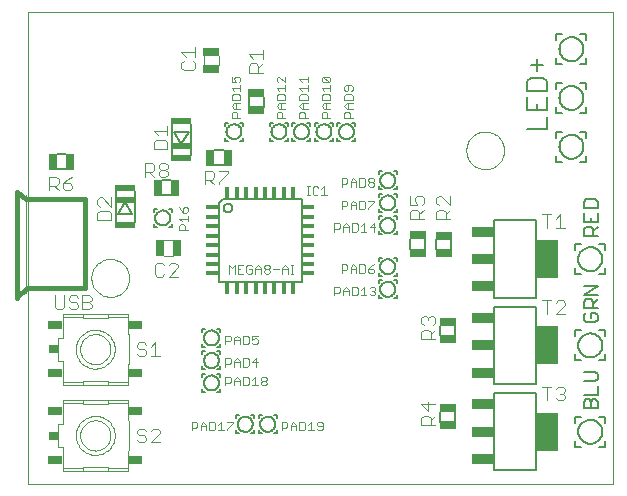
<source format=gto>
G75*
G70*
%OFA0B0*%
%FSLAX24Y24*%
%IPPOS*%
%LPD*%
%AMOC8*
5,1,8,0,0,1.08239X$1,22.5*
%
%ADD10C,0.0000*%
%ADD11C,0.0060*%
%ADD12R,0.0390X0.0180*%
%ADD13R,0.0180X0.0390*%
%ADD14C,0.0030*%
%ADD15C,0.0040*%
%ADD16R,0.0571X0.0295*%
%ADD17R,0.0295X0.0571*%
%ADD18R,0.0551X0.0256*%
%ADD19C,0.0050*%
%ADD20C,0.0080*%
%ADD21R,0.0730X0.1260*%
%ADD22R,0.0730X0.0340*%
%ADD23R,0.0479X0.0298*%
%ADD24R,0.0473X0.0304*%
%ADD25R,0.0257X0.0298*%
%ADD26R,0.0473X0.0298*%
%ADD27R,0.0216X0.0298*%
%ADD28R,0.0210X0.0304*%
%ADD29R,0.0210X0.0298*%
%ADD30R,0.0053X0.0298*%
%ADD31R,0.0216X0.0298*%
%ADD32C,0.0160*%
%ADD33R,0.0256X0.0551*%
%ADD34R,0.0680X0.0220*%
%ADD35R,0.0620X0.0240*%
D10*
X002000Y000430D02*
X002000Y016176D01*
X021495Y016176D01*
X021495Y000430D01*
X002000Y000430D01*
X001929Y006796D02*
X001929Y010064D01*
X004120Y007305D02*
X004122Y007355D01*
X004128Y007405D01*
X004138Y007454D01*
X004152Y007502D01*
X004169Y007549D01*
X004190Y007594D01*
X004215Y007638D01*
X004243Y007679D01*
X004275Y007718D01*
X004309Y007755D01*
X004346Y007789D01*
X004386Y007819D01*
X004428Y007846D01*
X004472Y007870D01*
X004518Y007891D01*
X004565Y007907D01*
X004613Y007920D01*
X004663Y007929D01*
X004712Y007934D01*
X004763Y007935D01*
X004813Y007932D01*
X004862Y007925D01*
X004911Y007914D01*
X004959Y007899D01*
X005005Y007881D01*
X005050Y007859D01*
X005093Y007833D01*
X005134Y007804D01*
X005173Y007772D01*
X005209Y007737D01*
X005241Y007699D01*
X005271Y007659D01*
X005298Y007616D01*
X005321Y007572D01*
X005340Y007526D01*
X005356Y007478D01*
X005368Y007429D01*
X005376Y007380D01*
X005380Y007330D01*
X005380Y007280D01*
X005376Y007230D01*
X005368Y007181D01*
X005356Y007132D01*
X005340Y007084D01*
X005321Y007038D01*
X005298Y006994D01*
X005271Y006951D01*
X005241Y006911D01*
X005209Y006873D01*
X005173Y006838D01*
X005134Y006806D01*
X005093Y006777D01*
X005050Y006751D01*
X005005Y006729D01*
X004959Y006711D01*
X004911Y006696D01*
X004862Y006685D01*
X004813Y006678D01*
X004763Y006675D01*
X004712Y006676D01*
X004663Y006681D01*
X004613Y006690D01*
X004565Y006703D01*
X004518Y006719D01*
X004472Y006740D01*
X004428Y006764D01*
X004386Y006791D01*
X004346Y006821D01*
X004309Y006855D01*
X004275Y006892D01*
X004243Y006931D01*
X004215Y006972D01*
X004190Y007016D01*
X004169Y007061D01*
X004152Y007108D01*
X004138Y007156D01*
X004128Y007205D01*
X004122Y007255D01*
X004120Y007305D01*
X016620Y011555D02*
X016622Y011605D01*
X016628Y011655D01*
X016638Y011704D01*
X016652Y011752D01*
X016669Y011799D01*
X016690Y011844D01*
X016715Y011888D01*
X016743Y011929D01*
X016775Y011968D01*
X016809Y012005D01*
X016846Y012039D01*
X016886Y012069D01*
X016928Y012096D01*
X016972Y012120D01*
X017018Y012141D01*
X017065Y012157D01*
X017113Y012170D01*
X017163Y012179D01*
X017212Y012184D01*
X017263Y012185D01*
X017313Y012182D01*
X017362Y012175D01*
X017411Y012164D01*
X017459Y012149D01*
X017505Y012131D01*
X017550Y012109D01*
X017593Y012083D01*
X017634Y012054D01*
X017673Y012022D01*
X017709Y011987D01*
X017741Y011949D01*
X017771Y011909D01*
X017798Y011866D01*
X017821Y011822D01*
X017840Y011776D01*
X017856Y011728D01*
X017868Y011679D01*
X017876Y011630D01*
X017880Y011580D01*
X017880Y011530D01*
X017876Y011480D01*
X017868Y011431D01*
X017856Y011382D01*
X017840Y011334D01*
X017821Y011288D01*
X017798Y011244D01*
X017771Y011201D01*
X017741Y011161D01*
X017709Y011123D01*
X017673Y011088D01*
X017634Y011056D01*
X017593Y011027D01*
X017550Y011001D01*
X017505Y010979D01*
X017459Y010961D01*
X017411Y010946D01*
X017362Y010935D01*
X017313Y010928D01*
X017263Y010925D01*
X017212Y010926D01*
X017163Y010931D01*
X017113Y010940D01*
X017065Y010953D01*
X017018Y010969D01*
X016972Y010990D01*
X016928Y011014D01*
X016886Y011041D01*
X016846Y011071D01*
X016809Y011105D01*
X016775Y011142D01*
X016743Y011181D01*
X016715Y011222D01*
X016690Y011266D01*
X016669Y011311D01*
X016652Y011358D01*
X016638Y011406D01*
X016628Y011455D01*
X016622Y011505D01*
X016620Y011555D01*
X019721Y011680D02*
X019731Y011680D01*
X019731Y011687D01*
X019731Y011689D02*
X019731Y011696D01*
X019731Y011698D02*
X019731Y011703D01*
X019730Y011705D01*
X019723Y011705D01*
X019721Y011703D01*
X019721Y011698D01*
X019731Y011698D01*
X019726Y011693D02*
X019726Y011689D01*
X019721Y011689D02*
X019731Y011689D01*
X019721Y011689D02*
X019721Y011696D01*
X019726Y011708D02*
X019726Y011714D01*
X019723Y011711D02*
X019730Y011711D01*
X019731Y013305D02*
X019731Y013312D01*
X019731Y013314D02*
X019731Y013321D01*
X019731Y013323D02*
X019731Y013328D01*
X019730Y013330D01*
X019723Y013330D01*
X019721Y013328D01*
X019721Y013323D01*
X019731Y013323D01*
X019726Y013318D02*
X019726Y013314D01*
X019721Y013314D02*
X019731Y013314D01*
X019731Y013305D02*
X019721Y013305D01*
X019721Y013314D02*
X019721Y013321D01*
X019726Y013333D02*
X019726Y013339D01*
X019723Y013336D02*
X019730Y013336D01*
X019731Y014930D02*
X019731Y014937D01*
X019731Y014939D02*
X019731Y014946D01*
X019731Y014948D02*
X019731Y014953D01*
X019730Y014955D01*
X019723Y014955D01*
X019721Y014953D01*
X019721Y014948D01*
X019731Y014948D01*
X019726Y014943D02*
X019726Y014939D01*
X019721Y014939D02*
X019731Y014939D01*
X019731Y014930D02*
X019721Y014930D01*
X019721Y014939D02*
X019721Y014946D01*
X019726Y014958D02*
X019726Y014964D01*
X019723Y014961D02*
X019730Y014961D01*
D11*
X019625Y015230D02*
X019625Y015430D01*
X019825Y015430D01*
X019725Y014930D02*
X019727Y014970D01*
X019733Y015009D01*
X019743Y015048D01*
X019756Y015085D01*
X019774Y015121D01*
X019795Y015155D01*
X019819Y015187D01*
X019846Y015216D01*
X019876Y015243D01*
X019908Y015266D01*
X019943Y015286D01*
X019979Y015302D01*
X020017Y015315D01*
X020056Y015324D01*
X020095Y015329D01*
X020135Y015330D01*
X020175Y015327D01*
X020214Y015320D01*
X020252Y015309D01*
X020290Y015295D01*
X020325Y015276D01*
X020358Y015255D01*
X020390Y015230D01*
X020418Y015202D01*
X020444Y015172D01*
X020466Y015139D01*
X020485Y015104D01*
X020501Y015067D01*
X020513Y015029D01*
X020521Y014990D01*
X020525Y014950D01*
X020525Y014910D01*
X020521Y014870D01*
X020513Y014831D01*
X020501Y014793D01*
X020485Y014756D01*
X020466Y014721D01*
X020444Y014688D01*
X020418Y014658D01*
X020390Y014630D01*
X020358Y014605D01*
X020325Y014584D01*
X020290Y014565D01*
X020252Y014551D01*
X020214Y014540D01*
X020175Y014533D01*
X020135Y014530D01*
X020095Y014531D01*
X020056Y014536D01*
X020017Y014545D01*
X019979Y014558D01*
X019943Y014574D01*
X019908Y014594D01*
X019876Y014617D01*
X019846Y014644D01*
X019819Y014673D01*
X019795Y014705D01*
X019774Y014739D01*
X019756Y014775D01*
X019743Y014812D01*
X019733Y014851D01*
X019727Y014890D01*
X019725Y014930D01*
X019625Y014630D02*
X019625Y014430D01*
X019825Y014430D01*
X019188Y014404D02*
X018761Y014404D01*
X018975Y014617D02*
X018975Y014190D01*
X019188Y013973D02*
X018761Y013973D01*
X018654Y013866D01*
X018654Y013546D01*
X019295Y013546D01*
X019295Y013866D01*
X019188Y013973D01*
X019625Y013805D02*
X019625Y013605D01*
X019625Y013805D02*
X019825Y013805D01*
X019725Y013305D02*
X019727Y013345D01*
X019733Y013384D01*
X019743Y013423D01*
X019756Y013460D01*
X019774Y013496D01*
X019795Y013530D01*
X019819Y013562D01*
X019846Y013591D01*
X019876Y013618D01*
X019908Y013641D01*
X019943Y013661D01*
X019979Y013677D01*
X020017Y013690D01*
X020056Y013699D01*
X020095Y013704D01*
X020135Y013705D01*
X020175Y013702D01*
X020214Y013695D01*
X020252Y013684D01*
X020290Y013670D01*
X020325Y013651D01*
X020358Y013630D01*
X020390Y013605D01*
X020418Y013577D01*
X020444Y013547D01*
X020466Y013514D01*
X020485Y013479D01*
X020501Y013442D01*
X020513Y013404D01*
X020521Y013365D01*
X020525Y013325D01*
X020525Y013285D01*
X020521Y013245D01*
X020513Y013206D01*
X020501Y013168D01*
X020485Y013131D01*
X020466Y013096D01*
X020444Y013063D01*
X020418Y013033D01*
X020390Y013005D01*
X020358Y012980D01*
X020325Y012959D01*
X020290Y012940D01*
X020252Y012926D01*
X020214Y012915D01*
X020175Y012908D01*
X020135Y012905D01*
X020095Y012906D01*
X020056Y012911D01*
X020017Y012920D01*
X019979Y012933D01*
X019943Y012949D01*
X019908Y012969D01*
X019876Y012992D01*
X019846Y013019D01*
X019819Y013048D01*
X019795Y013080D01*
X019774Y013114D01*
X019756Y013150D01*
X019743Y013187D01*
X019733Y013226D01*
X019727Y013265D01*
X019725Y013305D01*
X019625Y013005D02*
X019625Y012805D01*
X019825Y012805D01*
X019295Y012901D02*
X019295Y013328D01*
X018975Y013115D02*
X018975Y012901D01*
X019295Y012901D02*
X018654Y012901D01*
X018654Y013328D01*
X019295Y012684D02*
X019295Y012257D01*
X018654Y012257D01*
X019625Y012180D02*
X019625Y011980D01*
X019625Y012180D02*
X019825Y012180D01*
X019725Y011680D02*
X019727Y011720D01*
X019733Y011759D01*
X019743Y011798D01*
X019756Y011835D01*
X019774Y011871D01*
X019795Y011905D01*
X019819Y011937D01*
X019846Y011966D01*
X019876Y011993D01*
X019908Y012016D01*
X019943Y012036D01*
X019979Y012052D01*
X020017Y012065D01*
X020056Y012074D01*
X020095Y012079D01*
X020135Y012080D01*
X020175Y012077D01*
X020214Y012070D01*
X020252Y012059D01*
X020290Y012045D01*
X020325Y012026D01*
X020358Y012005D01*
X020390Y011980D01*
X020418Y011952D01*
X020444Y011922D01*
X020466Y011889D01*
X020485Y011854D01*
X020501Y011817D01*
X020513Y011779D01*
X020521Y011740D01*
X020525Y011700D01*
X020525Y011660D01*
X020521Y011620D01*
X020513Y011581D01*
X020501Y011543D01*
X020485Y011506D01*
X020466Y011471D01*
X020444Y011438D01*
X020418Y011408D01*
X020390Y011380D01*
X020358Y011355D01*
X020325Y011334D01*
X020290Y011315D01*
X020252Y011301D01*
X020214Y011290D01*
X020175Y011283D01*
X020135Y011280D01*
X020095Y011281D01*
X020056Y011286D01*
X020017Y011295D01*
X019979Y011308D01*
X019943Y011324D01*
X019908Y011344D01*
X019876Y011367D01*
X019846Y011394D01*
X019819Y011423D01*
X019795Y011455D01*
X019774Y011489D01*
X019756Y011525D01*
X019743Y011562D01*
X019733Y011601D01*
X019727Y011640D01*
X019725Y011680D01*
X019625Y011380D02*
X019625Y011180D01*
X019825Y011180D01*
X020425Y011180D02*
X020625Y011180D01*
X020625Y011380D01*
X020625Y011980D02*
X020625Y012180D01*
X020425Y012180D01*
X020425Y012805D02*
X020625Y012805D01*
X020625Y013005D01*
X020625Y013605D02*
X020625Y013805D01*
X020425Y013805D01*
X020425Y014430D02*
X020625Y014430D01*
X020625Y014630D01*
X020625Y015230D02*
X020625Y015430D01*
X020425Y015430D01*
X014300Y010855D02*
X014200Y010855D01*
X014300Y010855D02*
X014300Y010755D01*
X013750Y010555D02*
X013752Y010586D01*
X013758Y010617D01*
X013768Y010647D01*
X013781Y010675D01*
X013798Y010702D01*
X013818Y010726D01*
X013841Y010748D01*
X013866Y010766D01*
X013894Y010781D01*
X013923Y010793D01*
X013953Y010801D01*
X013984Y010805D01*
X014016Y010805D01*
X014047Y010801D01*
X014077Y010793D01*
X014106Y010781D01*
X014134Y010766D01*
X014159Y010748D01*
X014182Y010726D01*
X014202Y010702D01*
X014219Y010675D01*
X014232Y010647D01*
X014242Y010617D01*
X014248Y010586D01*
X014250Y010555D01*
X014248Y010524D01*
X014242Y010493D01*
X014232Y010463D01*
X014219Y010435D01*
X014202Y010408D01*
X014182Y010384D01*
X014159Y010362D01*
X014134Y010344D01*
X014106Y010329D01*
X014077Y010317D01*
X014047Y010309D01*
X014016Y010305D01*
X013984Y010305D01*
X013953Y010309D01*
X013923Y010317D01*
X013894Y010329D01*
X013866Y010344D01*
X013841Y010362D01*
X013818Y010384D01*
X013798Y010408D01*
X013781Y010435D01*
X013768Y010463D01*
X013758Y010493D01*
X013752Y010524D01*
X013750Y010555D01*
X013700Y010755D02*
X013700Y010855D01*
X013800Y010855D01*
X013700Y010355D02*
X013700Y010255D01*
X013800Y010255D01*
X013800Y010105D02*
X013700Y010105D01*
X013700Y010005D01*
X013750Y009805D02*
X013752Y009836D01*
X013758Y009867D01*
X013768Y009897D01*
X013781Y009925D01*
X013798Y009952D01*
X013818Y009976D01*
X013841Y009998D01*
X013866Y010016D01*
X013894Y010031D01*
X013923Y010043D01*
X013953Y010051D01*
X013984Y010055D01*
X014016Y010055D01*
X014047Y010051D01*
X014077Y010043D01*
X014106Y010031D01*
X014134Y010016D01*
X014159Y009998D01*
X014182Y009976D01*
X014202Y009952D01*
X014219Y009925D01*
X014232Y009897D01*
X014242Y009867D01*
X014248Y009836D01*
X014250Y009805D01*
X014248Y009774D01*
X014242Y009743D01*
X014232Y009713D01*
X014219Y009685D01*
X014202Y009658D01*
X014182Y009634D01*
X014159Y009612D01*
X014134Y009594D01*
X014106Y009579D01*
X014077Y009567D01*
X014047Y009559D01*
X014016Y009555D01*
X013984Y009555D01*
X013953Y009559D01*
X013923Y009567D01*
X013894Y009579D01*
X013866Y009594D01*
X013841Y009612D01*
X013818Y009634D01*
X013798Y009658D01*
X013781Y009685D01*
X013768Y009713D01*
X013758Y009743D01*
X013752Y009774D01*
X013750Y009805D01*
X013700Y009605D02*
X013700Y009505D01*
X013800Y009505D01*
X013800Y009355D02*
X013700Y009355D01*
X013700Y009255D01*
X013750Y009055D02*
X013752Y009086D01*
X013758Y009117D01*
X013768Y009147D01*
X013781Y009175D01*
X013798Y009202D01*
X013818Y009226D01*
X013841Y009248D01*
X013866Y009266D01*
X013894Y009281D01*
X013923Y009293D01*
X013953Y009301D01*
X013984Y009305D01*
X014016Y009305D01*
X014047Y009301D01*
X014077Y009293D01*
X014106Y009281D01*
X014134Y009266D01*
X014159Y009248D01*
X014182Y009226D01*
X014202Y009202D01*
X014219Y009175D01*
X014232Y009147D01*
X014242Y009117D01*
X014248Y009086D01*
X014250Y009055D01*
X014248Y009024D01*
X014242Y008993D01*
X014232Y008963D01*
X014219Y008935D01*
X014202Y008908D01*
X014182Y008884D01*
X014159Y008862D01*
X014134Y008844D01*
X014106Y008829D01*
X014077Y008817D01*
X014047Y008809D01*
X014016Y008805D01*
X013984Y008805D01*
X013953Y008809D01*
X013923Y008817D01*
X013894Y008829D01*
X013866Y008844D01*
X013841Y008862D01*
X013818Y008884D01*
X013798Y008908D01*
X013781Y008935D01*
X013768Y008963D01*
X013758Y008993D01*
X013752Y009024D01*
X013750Y009055D01*
X013700Y008855D02*
X013700Y008755D01*
X013800Y008755D01*
X014200Y008755D02*
X014300Y008755D01*
X014300Y008855D01*
X014750Y008591D02*
X014750Y008269D01*
X014300Y007980D02*
X014200Y007980D01*
X014300Y007980D02*
X014300Y007880D01*
X013750Y007680D02*
X013752Y007711D01*
X013758Y007742D01*
X013768Y007772D01*
X013781Y007800D01*
X013798Y007827D01*
X013818Y007851D01*
X013841Y007873D01*
X013866Y007891D01*
X013894Y007906D01*
X013923Y007918D01*
X013953Y007926D01*
X013984Y007930D01*
X014016Y007930D01*
X014047Y007926D01*
X014077Y007918D01*
X014106Y007906D01*
X014134Y007891D01*
X014159Y007873D01*
X014182Y007851D01*
X014202Y007827D01*
X014219Y007800D01*
X014232Y007772D01*
X014242Y007742D01*
X014248Y007711D01*
X014250Y007680D01*
X014248Y007649D01*
X014242Y007618D01*
X014232Y007588D01*
X014219Y007560D01*
X014202Y007533D01*
X014182Y007509D01*
X014159Y007487D01*
X014134Y007469D01*
X014106Y007454D01*
X014077Y007442D01*
X014047Y007434D01*
X014016Y007430D01*
X013984Y007430D01*
X013953Y007434D01*
X013923Y007442D01*
X013894Y007454D01*
X013866Y007469D01*
X013841Y007487D01*
X013818Y007509D01*
X013798Y007533D01*
X013781Y007560D01*
X013768Y007588D01*
X013758Y007618D01*
X013752Y007649D01*
X013750Y007680D01*
X013700Y007480D02*
X013700Y007380D01*
X013800Y007380D01*
X013800Y007230D02*
X013700Y007230D01*
X013700Y007130D01*
X013750Y006930D02*
X013752Y006961D01*
X013758Y006992D01*
X013768Y007022D01*
X013781Y007050D01*
X013798Y007077D01*
X013818Y007101D01*
X013841Y007123D01*
X013866Y007141D01*
X013894Y007156D01*
X013923Y007168D01*
X013953Y007176D01*
X013984Y007180D01*
X014016Y007180D01*
X014047Y007176D01*
X014077Y007168D01*
X014106Y007156D01*
X014134Y007141D01*
X014159Y007123D01*
X014182Y007101D01*
X014202Y007077D01*
X014219Y007050D01*
X014232Y007022D01*
X014242Y006992D01*
X014248Y006961D01*
X014250Y006930D01*
X014248Y006899D01*
X014242Y006868D01*
X014232Y006838D01*
X014219Y006810D01*
X014202Y006783D01*
X014182Y006759D01*
X014159Y006737D01*
X014134Y006719D01*
X014106Y006704D01*
X014077Y006692D01*
X014047Y006684D01*
X014016Y006680D01*
X013984Y006680D01*
X013953Y006684D01*
X013923Y006692D01*
X013894Y006704D01*
X013866Y006719D01*
X013841Y006737D01*
X013818Y006759D01*
X013798Y006783D01*
X013781Y006810D01*
X013768Y006838D01*
X013758Y006868D01*
X013752Y006899D01*
X013750Y006930D01*
X013700Y006730D02*
X013700Y006630D01*
X013800Y006630D01*
X014200Y006630D02*
X014300Y006630D01*
X014300Y006730D01*
X014300Y007130D02*
X014300Y007230D01*
X014200Y007230D01*
X014200Y007380D02*
X014300Y007380D01*
X014300Y007480D01*
X013800Y007980D02*
X013700Y007980D01*
X013700Y007880D01*
X015250Y008269D02*
X015250Y008591D01*
X015625Y008591D02*
X015625Y008269D01*
X016125Y008269D02*
X016125Y008591D01*
X014300Y009255D02*
X014300Y009355D01*
X014200Y009355D01*
X014200Y009505D02*
X014300Y009505D01*
X014300Y009605D01*
X014300Y010005D02*
X014300Y010105D01*
X014200Y010105D01*
X014200Y010255D02*
X014300Y010255D01*
X014300Y010355D01*
X012925Y011880D02*
X012925Y011980D01*
X012925Y011880D02*
X012825Y011880D01*
X012375Y012180D02*
X012377Y012211D01*
X012383Y012242D01*
X012393Y012272D01*
X012406Y012300D01*
X012423Y012327D01*
X012443Y012351D01*
X012466Y012373D01*
X012491Y012391D01*
X012519Y012406D01*
X012548Y012418D01*
X012578Y012426D01*
X012609Y012430D01*
X012641Y012430D01*
X012672Y012426D01*
X012702Y012418D01*
X012731Y012406D01*
X012759Y012391D01*
X012784Y012373D01*
X012807Y012351D01*
X012827Y012327D01*
X012844Y012300D01*
X012857Y012272D01*
X012867Y012242D01*
X012873Y012211D01*
X012875Y012180D01*
X012873Y012149D01*
X012867Y012118D01*
X012857Y012088D01*
X012844Y012060D01*
X012827Y012033D01*
X012807Y012009D01*
X012784Y011987D01*
X012759Y011969D01*
X012731Y011954D01*
X012702Y011942D01*
X012672Y011934D01*
X012641Y011930D01*
X012609Y011930D01*
X012578Y011934D01*
X012548Y011942D01*
X012519Y011954D01*
X012491Y011969D01*
X012466Y011987D01*
X012443Y012009D01*
X012423Y012033D01*
X012406Y012060D01*
X012393Y012088D01*
X012383Y012118D01*
X012377Y012149D01*
X012375Y012180D01*
X012325Y011980D02*
X012325Y011880D01*
X012425Y011880D01*
X012175Y011880D02*
X012175Y011980D01*
X012175Y011880D02*
X012075Y011880D01*
X011625Y012180D02*
X011627Y012211D01*
X011633Y012242D01*
X011643Y012272D01*
X011656Y012300D01*
X011673Y012327D01*
X011693Y012351D01*
X011716Y012373D01*
X011741Y012391D01*
X011769Y012406D01*
X011798Y012418D01*
X011828Y012426D01*
X011859Y012430D01*
X011891Y012430D01*
X011922Y012426D01*
X011952Y012418D01*
X011981Y012406D01*
X012009Y012391D01*
X012034Y012373D01*
X012057Y012351D01*
X012077Y012327D01*
X012094Y012300D01*
X012107Y012272D01*
X012117Y012242D01*
X012123Y012211D01*
X012125Y012180D01*
X012123Y012149D01*
X012117Y012118D01*
X012107Y012088D01*
X012094Y012060D01*
X012077Y012033D01*
X012057Y012009D01*
X012034Y011987D01*
X012009Y011969D01*
X011981Y011954D01*
X011952Y011942D01*
X011922Y011934D01*
X011891Y011930D01*
X011859Y011930D01*
X011828Y011934D01*
X011798Y011942D01*
X011769Y011954D01*
X011741Y011969D01*
X011716Y011987D01*
X011693Y012009D01*
X011673Y012033D01*
X011656Y012060D01*
X011643Y012088D01*
X011633Y012118D01*
X011627Y012149D01*
X011625Y012180D01*
X011575Y011980D02*
X011575Y011880D01*
X011675Y011880D01*
X011425Y011880D02*
X011425Y011980D01*
X011425Y011880D02*
X011325Y011880D01*
X010875Y012180D02*
X010877Y012211D01*
X010883Y012242D01*
X010893Y012272D01*
X010906Y012300D01*
X010923Y012327D01*
X010943Y012351D01*
X010966Y012373D01*
X010991Y012391D01*
X011019Y012406D01*
X011048Y012418D01*
X011078Y012426D01*
X011109Y012430D01*
X011141Y012430D01*
X011172Y012426D01*
X011202Y012418D01*
X011231Y012406D01*
X011259Y012391D01*
X011284Y012373D01*
X011307Y012351D01*
X011327Y012327D01*
X011344Y012300D01*
X011357Y012272D01*
X011367Y012242D01*
X011373Y012211D01*
X011375Y012180D01*
X011373Y012149D01*
X011367Y012118D01*
X011357Y012088D01*
X011344Y012060D01*
X011327Y012033D01*
X011307Y012009D01*
X011284Y011987D01*
X011259Y011969D01*
X011231Y011954D01*
X011202Y011942D01*
X011172Y011934D01*
X011141Y011930D01*
X011109Y011930D01*
X011078Y011934D01*
X011048Y011942D01*
X011019Y011954D01*
X010991Y011969D01*
X010966Y011987D01*
X010943Y012009D01*
X010923Y012033D01*
X010906Y012060D01*
X010893Y012088D01*
X010883Y012118D01*
X010877Y012149D01*
X010875Y012180D01*
X010825Y011980D02*
X010825Y011880D01*
X010925Y011880D01*
X010675Y011880D02*
X010675Y011980D01*
X010675Y011880D02*
X010575Y011880D01*
X010175Y011880D02*
X010075Y011880D01*
X010075Y011980D01*
X010125Y012180D02*
X010127Y012211D01*
X010133Y012242D01*
X010143Y012272D01*
X010156Y012300D01*
X010173Y012327D01*
X010193Y012351D01*
X010216Y012373D01*
X010241Y012391D01*
X010269Y012406D01*
X010298Y012418D01*
X010328Y012426D01*
X010359Y012430D01*
X010391Y012430D01*
X010422Y012426D01*
X010452Y012418D01*
X010481Y012406D01*
X010509Y012391D01*
X010534Y012373D01*
X010557Y012351D01*
X010577Y012327D01*
X010594Y012300D01*
X010607Y012272D01*
X010617Y012242D01*
X010623Y012211D01*
X010625Y012180D01*
X010623Y012149D01*
X010617Y012118D01*
X010607Y012088D01*
X010594Y012060D01*
X010577Y012033D01*
X010557Y012009D01*
X010534Y011987D01*
X010509Y011969D01*
X010481Y011954D01*
X010452Y011942D01*
X010422Y011934D01*
X010391Y011930D01*
X010359Y011930D01*
X010328Y011934D01*
X010298Y011942D01*
X010269Y011954D01*
X010241Y011969D01*
X010216Y011987D01*
X010193Y012009D01*
X010173Y012033D01*
X010156Y012060D01*
X010143Y012088D01*
X010133Y012118D01*
X010127Y012149D01*
X010125Y012180D01*
X010075Y012380D02*
X010075Y012480D01*
X010175Y012480D01*
X010575Y012480D02*
X010675Y012480D01*
X010675Y012380D01*
X010825Y012380D02*
X010825Y012480D01*
X010925Y012480D01*
X011325Y012480D02*
X011425Y012480D01*
X011425Y012380D01*
X011575Y012380D02*
X011575Y012480D01*
X011675Y012480D01*
X012075Y012480D02*
X012175Y012480D01*
X012175Y012380D01*
X012325Y012380D02*
X012325Y012480D01*
X012425Y012480D01*
X012825Y012480D02*
X012925Y012480D01*
X012925Y012380D01*
X011130Y009935D02*
X008510Y009935D01*
X008370Y009795D01*
X008370Y007175D01*
X011130Y007175D01*
X011130Y009935D01*
X008529Y009635D02*
X008531Y009658D01*
X008537Y009681D01*
X008546Y009702D01*
X008559Y009722D01*
X008575Y009739D01*
X008593Y009753D01*
X008613Y009764D01*
X008635Y009772D01*
X008658Y009776D01*
X008682Y009776D01*
X008705Y009772D01*
X008727Y009764D01*
X008747Y009753D01*
X008765Y009739D01*
X008781Y009722D01*
X008794Y009702D01*
X008803Y009681D01*
X008809Y009658D01*
X008811Y009635D01*
X008809Y009612D01*
X008803Y009589D01*
X008794Y009568D01*
X008781Y009548D01*
X008765Y009531D01*
X008747Y009517D01*
X008727Y009506D01*
X008705Y009498D01*
X008682Y009494D01*
X008658Y009494D01*
X008635Y009498D01*
X008613Y009506D01*
X008593Y009517D01*
X008575Y009531D01*
X008559Y009548D01*
X008546Y009568D01*
X008537Y009589D01*
X008531Y009612D01*
X008529Y009635D01*
X006800Y009605D02*
X006800Y009505D01*
X006800Y009605D02*
X006700Y009605D01*
X006250Y009305D02*
X006252Y009336D01*
X006258Y009367D01*
X006268Y009397D01*
X006281Y009425D01*
X006298Y009452D01*
X006318Y009476D01*
X006341Y009498D01*
X006366Y009516D01*
X006394Y009531D01*
X006423Y009543D01*
X006453Y009551D01*
X006484Y009555D01*
X006516Y009555D01*
X006547Y009551D01*
X006577Y009543D01*
X006606Y009531D01*
X006634Y009516D01*
X006659Y009498D01*
X006682Y009476D01*
X006702Y009452D01*
X006719Y009425D01*
X006732Y009397D01*
X006742Y009367D01*
X006748Y009336D01*
X006750Y009305D01*
X006748Y009274D01*
X006742Y009243D01*
X006732Y009213D01*
X006719Y009185D01*
X006702Y009158D01*
X006682Y009134D01*
X006659Y009112D01*
X006634Y009094D01*
X006606Y009079D01*
X006577Y009067D01*
X006547Y009059D01*
X006516Y009055D01*
X006484Y009055D01*
X006453Y009059D01*
X006423Y009067D01*
X006394Y009079D01*
X006366Y009094D01*
X006341Y009112D01*
X006318Y009134D01*
X006298Y009158D01*
X006281Y009185D01*
X006268Y009213D01*
X006258Y009243D01*
X006252Y009274D01*
X006250Y009305D01*
X006200Y009105D02*
X006200Y009005D01*
X006300Y009005D01*
X006700Y009005D02*
X006800Y009005D01*
X006800Y009105D01*
X006200Y009505D02*
X006200Y009605D01*
X006300Y009605D01*
X006464Y010055D02*
X006786Y010055D01*
X006786Y010555D02*
X006464Y010555D01*
X005560Y010200D02*
X005560Y009160D01*
X004940Y009160D02*
X004940Y010200D01*
X003286Y010930D02*
X002964Y010930D01*
X002964Y011430D02*
X003286Y011430D01*
X006815Y011410D02*
X006815Y012450D01*
X007435Y012450D02*
X007435Y011410D01*
X008214Y011555D02*
X008536Y011555D01*
X008575Y011880D02*
X008675Y011880D01*
X008575Y011880D02*
X008575Y011980D01*
X008625Y012180D02*
X008627Y012211D01*
X008633Y012242D01*
X008643Y012272D01*
X008656Y012300D01*
X008673Y012327D01*
X008693Y012351D01*
X008716Y012373D01*
X008741Y012391D01*
X008769Y012406D01*
X008798Y012418D01*
X008828Y012426D01*
X008859Y012430D01*
X008891Y012430D01*
X008922Y012426D01*
X008952Y012418D01*
X008981Y012406D01*
X009009Y012391D01*
X009034Y012373D01*
X009057Y012351D01*
X009077Y012327D01*
X009094Y012300D01*
X009107Y012272D01*
X009117Y012242D01*
X009123Y012211D01*
X009125Y012180D01*
X009123Y012149D01*
X009117Y012118D01*
X009107Y012088D01*
X009094Y012060D01*
X009077Y012033D01*
X009057Y012009D01*
X009034Y011987D01*
X009009Y011969D01*
X008981Y011954D01*
X008952Y011942D01*
X008922Y011934D01*
X008891Y011930D01*
X008859Y011930D01*
X008828Y011934D01*
X008798Y011942D01*
X008769Y011954D01*
X008741Y011969D01*
X008716Y011987D01*
X008693Y012009D01*
X008673Y012033D01*
X008656Y012060D01*
X008643Y012088D01*
X008633Y012118D01*
X008627Y012149D01*
X008625Y012180D01*
X008575Y012380D02*
X008575Y012480D01*
X008675Y012480D01*
X009075Y012480D02*
X009175Y012480D01*
X009175Y012380D01*
X009175Y011980D02*
X009175Y011880D01*
X009075Y011880D01*
X008536Y011055D02*
X008214Y011055D01*
X009375Y013019D02*
X009375Y013341D01*
X009875Y013341D02*
X009875Y013019D01*
X015750Y005716D02*
X015750Y005394D01*
X016250Y005394D02*
X016250Y005716D01*
X016250Y002841D02*
X016250Y002519D01*
X015750Y002519D02*
X015750Y002841D01*
X020250Y002680D02*
X020250Y002480D01*
X020250Y002680D02*
X020450Y002680D01*
X020350Y002180D02*
X020352Y002220D01*
X020358Y002259D01*
X020368Y002298D01*
X020381Y002335D01*
X020399Y002371D01*
X020420Y002405D01*
X020444Y002437D01*
X020471Y002466D01*
X020501Y002493D01*
X020533Y002516D01*
X020568Y002536D01*
X020604Y002552D01*
X020642Y002565D01*
X020681Y002574D01*
X020720Y002579D01*
X020760Y002580D01*
X020800Y002577D01*
X020839Y002570D01*
X020877Y002559D01*
X020915Y002545D01*
X020950Y002526D01*
X020983Y002505D01*
X021015Y002480D01*
X021043Y002452D01*
X021069Y002422D01*
X021091Y002389D01*
X021110Y002354D01*
X021126Y002317D01*
X021138Y002279D01*
X021146Y002240D01*
X021150Y002200D01*
X021150Y002160D01*
X021146Y002120D01*
X021138Y002081D01*
X021126Y002043D01*
X021110Y002006D01*
X021091Y001971D01*
X021069Y001938D01*
X021043Y001908D01*
X021015Y001880D01*
X020983Y001855D01*
X020950Y001834D01*
X020915Y001815D01*
X020877Y001801D01*
X020839Y001790D01*
X020800Y001783D01*
X020760Y001780D01*
X020720Y001781D01*
X020681Y001786D01*
X020642Y001795D01*
X020604Y001808D01*
X020568Y001824D01*
X020533Y001844D01*
X020501Y001867D01*
X020471Y001894D01*
X020444Y001923D01*
X020420Y001955D01*
X020399Y001989D01*
X020381Y002025D01*
X020368Y002062D01*
X020358Y002101D01*
X020352Y002140D01*
X020350Y002180D01*
X020250Y001880D02*
X020250Y001680D01*
X020450Y001680D01*
X021050Y001680D02*
X021250Y001680D01*
X021250Y001880D01*
X021250Y002480D02*
X021250Y002680D01*
X021050Y002680D01*
X021050Y004555D02*
X021250Y004555D01*
X021250Y004755D01*
X020350Y005055D02*
X020352Y005095D01*
X020358Y005134D01*
X020368Y005173D01*
X020381Y005210D01*
X020399Y005246D01*
X020420Y005280D01*
X020444Y005312D01*
X020471Y005341D01*
X020501Y005368D01*
X020533Y005391D01*
X020568Y005411D01*
X020604Y005427D01*
X020642Y005440D01*
X020681Y005449D01*
X020720Y005454D01*
X020760Y005455D01*
X020800Y005452D01*
X020839Y005445D01*
X020877Y005434D01*
X020915Y005420D01*
X020950Y005401D01*
X020983Y005380D01*
X021015Y005355D01*
X021043Y005327D01*
X021069Y005297D01*
X021091Y005264D01*
X021110Y005229D01*
X021126Y005192D01*
X021138Y005154D01*
X021146Y005115D01*
X021150Y005075D01*
X021150Y005035D01*
X021146Y004995D01*
X021138Y004956D01*
X021126Y004918D01*
X021110Y004881D01*
X021091Y004846D01*
X021069Y004813D01*
X021043Y004783D01*
X021015Y004755D01*
X020983Y004730D01*
X020950Y004709D01*
X020915Y004690D01*
X020877Y004676D01*
X020839Y004665D01*
X020800Y004658D01*
X020760Y004655D01*
X020720Y004656D01*
X020681Y004661D01*
X020642Y004670D01*
X020604Y004683D01*
X020568Y004699D01*
X020533Y004719D01*
X020501Y004742D01*
X020471Y004769D01*
X020444Y004798D01*
X020420Y004830D01*
X020399Y004864D01*
X020381Y004900D01*
X020368Y004937D01*
X020358Y004976D01*
X020352Y005015D01*
X020350Y005055D01*
X020250Y005355D02*
X020250Y005555D01*
X020450Y005555D01*
X021050Y005555D02*
X021250Y005555D01*
X021250Y005355D01*
X020450Y004555D02*
X020250Y004555D01*
X020250Y004755D01*
X020250Y007430D02*
X020450Y007430D01*
X020250Y007430D02*
X020250Y007630D01*
X020350Y007930D02*
X020352Y007970D01*
X020358Y008009D01*
X020368Y008048D01*
X020381Y008085D01*
X020399Y008121D01*
X020420Y008155D01*
X020444Y008187D01*
X020471Y008216D01*
X020501Y008243D01*
X020533Y008266D01*
X020568Y008286D01*
X020604Y008302D01*
X020642Y008315D01*
X020681Y008324D01*
X020720Y008329D01*
X020760Y008330D01*
X020800Y008327D01*
X020839Y008320D01*
X020877Y008309D01*
X020915Y008295D01*
X020950Y008276D01*
X020983Y008255D01*
X021015Y008230D01*
X021043Y008202D01*
X021069Y008172D01*
X021091Y008139D01*
X021110Y008104D01*
X021126Y008067D01*
X021138Y008029D01*
X021146Y007990D01*
X021150Y007950D01*
X021150Y007910D01*
X021146Y007870D01*
X021138Y007831D01*
X021126Y007793D01*
X021110Y007756D01*
X021091Y007721D01*
X021069Y007688D01*
X021043Y007658D01*
X021015Y007630D01*
X020983Y007605D01*
X020950Y007584D01*
X020915Y007565D01*
X020877Y007551D01*
X020839Y007540D01*
X020800Y007533D01*
X020760Y007530D01*
X020720Y007531D01*
X020681Y007536D01*
X020642Y007545D01*
X020604Y007558D01*
X020568Y007574D01*
X020533Y007594D01*
X020501Y007617D01*
X020471Y007644D01*
X020444Y007673D01*
X020420Y007705D01*
X020399Y007739D01*
X020381Y007775D01*
X020368Y007812D01*
X020358Y007851D01*
X020352Y007890D01*
X020350Y007930D01*
X020250Y008230D02*
X020250Y008430D01*
X020450Y008430D01*
X021050Y008430D02*
X021250Y008430D01*
X021250Y008230D01*
X021250Y007630D02*
X021250Y007430D01*
X021050Y007430D01*
X010300Y002730D02*
X010300Y002630D01*
X010300Y002730D02*
X010200Y002730D01*
X009750Y002430D02*
X009752Y002461D01*
X009758Y002492D01*
X009768Y002522D01*
X009781Y002550D01*
X009798Y002577D01*
X009818Y002601D01*
X009841Y002623D01*
X009866Y002641D01*
X009894Y002656D01*
X009923Y002668D01*
X009953Y002676D01*
X009984Y002680D01*
X010016Y002680D01*
X010047Y002676D01*
X010077Y002668D01*
X010106Y002656D01*
X010134Y002641D01*
X010159Y002623D01*
X010182Y002601D01*
X010202Y002577D01*
X010219Y002550D01*
X010232Y002522D01*
X010242Y002492D01*
X010248Y002461D01*
X010250Y002430D01*
X010248Y002399D01*
X010242Y002368D01*
X010232Y002338D01*
X010219Y002310D01*
X010202Y002283D01*
X010182Y002259D01*
X010159Y002237D01*
X010134Y002219D01*
X010106Y002204D01*
X010077Y002192D01*
X010047Y002184D01*
X010016Y002180D01*
X009984Y002180D01*
X009953Y002184D01*
X009923Y002192D01*
X009894Y002204D01*
X009866Y002219D01*
X009841Y002237D01*
X009818Y002259D01*
X009798Y002283D01*
X009781Y002310D01*
X009768Y002338D01*
X009758Y002368D01*
X009752Y002399D01*
X009750Y002430D01*
X009700Y002230D02*
X009700Y002130D01*
X009800Y002130D01*
X009550Y002130D02*
X009550Y002230D01*
X009550Y002130D02*
X009450Y002130D01*
X009050Y002130D02*
X008950Y002130D01*
X008950Y002230D01*
X009000Y002430D02*
X009002Y002461D01*
X009008Y002492D01*
X009018Y002522D01*
X009031Y002550D01*
X009048Y002577D01*
X009068Y002601D01*
X009091Y002623D01*
X009116Y002641D01*
X009144Y002656D01*
X009173Y002668D01*
X009203Y002676D01*
X009234Y002680D01*
X009266Y002680D01*
X009297Y002676D01*
X009327Y002668D01*
X009356Y002656D01*
X009384Y002641D01*
X009409Y002623D01*
X009432Y002601D01*
X009452Y002577D01*
X009469Y002550D01*
X009482Y002522D01*
X009492Y002492D01*
X009498Y002461D01*
X009500Y002430D01*
X009498Y002399D01*
X009492Y002368D01*
X009482Y002338D01*
X009469Y002310D01*
X009452Y002283D01*
X009432Y002259D01*
X009409Y002237D01*
X009384Y002219D01*
X009356Y002204D01*
X009327Y002192D01*
X009297Y002184D01*
X009266Y002180D01*
X009234Y002180D01*
X009203Y002184D01*
X009173Y002192D01*
X009144Y002204D01*
X009116Y002219D01*
X009091Y002237D01*
X009068Y002259D01*
X009048Y002283D01*
X009031Y002310D01*
X009018Y002338D01*
X009008Y002368D01*
X009002Y002399D01*
X009000Y002430D01*
X008950Y002630D02*
X008950Y002730D01*
X009050Y002730D01*
X009450Y002730D02*
X009550Y002730D01*
X009550Y002630D01*
X009700Y002630D02*
X009700Y002730D01*
X009800Y002730D01*
X010300Y002230D02*
X010300Y002130D01*
X010200Y002130D01*
X008425Y003505D02*
X008425Y003605D01*
X008425Y003505D02*
X008325Y003505D01*
X007875Y003805D02*
X007877Y003836D01*
X007883Y003867D01*
X007893Y003897D01*
X007906Y003925D01*
X007923Y003952D01*
X007943Y003976D01*
X007966Y003998D01*
X007991Y004016D01*
X008019Y004031D01*
X008048Y004043D01*
X008078Y004051D01*
X008109Y004055D01*
X008141Y004055D01*
X008172Y004051D01*
X008202Y004043D01*
X008231Y004031D01*
X008259Y004016D01*
X008284Y003998D01*
X008307Y003976D01*
X008327Y003952D01*
X008344Y003925D01*
X008357Y003897D01*
X008367Y003867D01*
X008373Y003836D01*
X008375Y003805D01*
X008373Y003774D01*
X008367Y003743D01*
X008357Y003713D01*
X008344Y003685D01*
X008327Y003658D01*
X008307Y003634D01*
X008284Y003612D01*
X008259Y003594D01*
X008231Y003579D01*
X008202Y003567D01*
X008172Y003559D01*
X008141Y003555D01*
X008109Y003555D01*
X008078Y003559D01*
X008048Y003567D01*
X008019Y003579D01*
X007991Y003594D01*
X007966Y003612D01*
X007943Y003634D01*
X007923Y003658D01*
X007906Y003685D01*
X007893Y003713D01*
X007883Y003743D01*
X007877Y003774D01*
X007875Y003805D01*
X007825Y003605D02*
X007825Y003505D01*
X007925Y003505D01*
X007825Y004005D02*
X007825Y004105D01*
X007925Y004105D01*
X007925Y004255D02*
X007825Y004255D01*
X007825Y004355D01*
X007875Y004555D02*
X007877Y004586D01*
X007883Y004617D01*
X007893Y004647D01*
X007906Y004675D01*
X007923Y004702D01*
X007943Y004726D01*
X007966Y004748D01*
X007991Y004766D01*
X008019Y004781D01*
X008048Y004793D01*
X008078Y004801D01*
X008109Y004805D01*
X008141Y004805D01*
X008172Y004801D01*
X008202Y004793D01*
X008231Y004781D01*
X008259Y004766D01*
X008284Y004748D01*
X008307Y004726D01*
X008327Y004702D01*
X008344Y004675D01*
X008357Y004647D01*
X008367Y004617D01*
X008373Y004586D01*
X008375Y004555D01*
X008373Y004524D01*
X008367Y004493D01*
X008357Y004463D01*
X008344Y004435D01*
X008327Y004408D01*
X008307Y004384D01*
X008284Y004362D01*
X008259Y004344D01*
X008231Y004329D01*
X008202Y004317D01*
X008172Y004309D01*
X008141Y004305D01*
X008109Y004305D01*
X008078Y004309D01*
X008048Y004317D01*
X008019Y004329D01*
X007991Y004344D01*
X007966Y004362D01*
X007943Y004384D01*
X007923Y004408D01*
X007906Y004435D01*
X007893Y004463D01*
X007883Y004493D01*
X007877Y004524D01*
X007875Y004555D01*
X007825Y004755D02*
X007825Y004855D01*
X007925Y004855D01*
X007925Y005005D02*
X007825Y005005D01*
X007825Y005105D01*
X007875Y005305D02*
X007877Y005336D01*
X007883Y005367D01*
X007893Y005397D01*
X007906Y005425D01*
X007923Y005452D01*
X007943Y005476D01*
X007966Y005498D01*
X007991Y005516D01*
X008019Y005531D01*
X008048Y005543D01*
X008078Y005551D01*
X008109Y005555D01*
X008141Y005555D01*
X008172Y005551D01*
X008202Y005543D01*
X008231Y005531D01*
X008259Y005516D01*
X008284Y005498D01*
X008307Y005476D01*
X008327Y005452D01*
X008344Y005425D01*
X008357Y005397D01*
X008367Y005367D01*
X008373Y005336D01*
X008375Y005305D01*
X008373Y005274D01*
X008367Y005243D01*
X008357Y005213D01*
X008344Y005185D01*
X008327Y005158D01*
X008307Y005134D01*
X008284Y005112D01*
X008259Y005094D01*
X008231Y005079D01*
X008202Y005067D01*
X008172Y005059D01*
X008141Y005055D01*
X008109Y005055D01*
X008078Y005059D01*
X008048Y005067D01*
X008019Y005079D01*
X007991Y005094D01*
X007966Y005112D01*
X007943Y005134D01*
X007923Y005158D01*
X007906Y005185D01*
X007893Y005213D01*
X007883Y005243D01*
X007877Y005274D01*
X007875Y005305D01*
X007825Y005505D02*
X007825Y005605D01*
X007925Y005605D01*
X008325Y005605D02*
X008425Y005605D01*
X008425Y005505D01*
X008425Y005105D02*
X008425Y005005D01*
X008325Y005005D01*
X008325Y004855D02*
X008425Y004855D01*
X008425Y004755D01*
X008425Y004355D02*
X008425Y004255D01*
X008325Y004255D01*
X008325Y004105D02*
X008425Y004105D01*
X008425Y004005D01*
D12*
X008155Y007453D03*
X008155Y007768D03*
X008155Y008083D03*
X008155Y008398D03*
X008155Y008712D03*
X008155Y009027D03*
X008155Y009342D03*
X008155Y009657D03*
X011345Y009657D03*
X011345Y009342D03*
X011345Y009027D03*
X011345Y008712D03*
X011345Y008398D03*
X011345Y008083D03*
X011345Y007768D03*
X011345Y007453D03*
D13*
X010852Y006960D03*
X010537Y006960D03*
X010222Y006960D03*
X009907Y006960D03*
X009593Y006960D03*
X009278Y006960D03*
X008963Y006960D03*
X008648Y006960D03*
X008648Y010150D03*
X008963Y010150D03*
X009278Y010150D03*
X009593Y010150D03*
X009907Y010150D03*
X010222Y010150D03*
X010537Y010150D03*
X010852Y010150D03*
D14*
X011300Y010070D02*
X011397Y010070D01*
X011348Y010070D02*
X011348Y010360D01*
X011300Y010360D02*
X011397Y010360D01*
X011496Y010312D02*
X011496Y010118D01*
X011545Y010070D01*
X011642Y010070D01*
X011690Y010118D01*
X011791Y010070D02*
X011985Y010070D01*
X011888Y010070D02*
X011888Y010360D01*
X011791Y010263D01*
X011690Y010312D02*
X011642Y010360D01*
X011545Y010360D01*
X011496Y010312D01*
X012465Y010345D02*
X012465Y010635D01*
X012610Y010635D01*
X012658Y010587D01*
X012658Y010490D01*
X012610Y010442D01*
X012465Y010442D01*
X012760Y010490D02*
X012953Y010490D01*
X012953Y010538D02*
X012953Y010345D01*
X013054Y010345D02*
X013199Y010345D01*
X013248Y010393D01*
X013248Y010587D01*
X013199Y010635D01*
X013054Y010635D01*
X013054Y010345D01*
X012953Y010538D02*
X012856Y010635D01*
X012760Y010538D01*
X012760Y010345D01*
X012856Y009885D02*
X012953Y009788D01*
X012953Y009595D01*
X013054Y009595D02*
X013199Y009595D01*
X013248Y009643D01*
X013248Y009837D01*
X013199Y009885D01*
X013054Y009885D01*
X013054Y009595D01*
X012953Y009740D02*
X012760Y009740D01*
X012760Y009788D02*
X012856Y009885D01*
X012760Y009788D02*
X012760Y009595D01*
X012658Y009740D02*
X012610Y009692D01*
X012465Y009692D01*
X012465Y009595D02*
X012465Y009885D01*
X012610Y009885D01*
X012658Y009837D01*
X012658Y009740D01*
X013349Y009643D02*
X013349Y009595D01*
X013349Y009643D02*
X013542Y009837D01*
X013542Y009885D01*
X013349Y009885D01*
X013397Y010345D02*
X013349Y010393D01*
X013349Y010442D01*
X013397Y010490D01*
X013494Y010490D01*
X013542Y010442D01*
X013542Y010393D01*
X013494Y010345D01*
X013397Y010345D01*
X013397Y010490D02*
X013349Y010538D01*
X013349Y010587D01*
X013397Y010635D01*
X013494Y010635D01*
X013542Y010587D01*
X013542Y010538D01*
X013494Y010490D01*
X013539Y009135D02*
X013394Y008990D01*
X013587Y008990D01*
X013539Y008845D02*
X013539Y009135D01*
X013196Y009135D02*
X013196Y008845D01*
X013292Y008845D02*
X013099Y008845D01*
X012998Y008893D02*
X012998Y009087D01*
X012949Y009135D01*
X012804Y009135D01*
X012804Y008845D01*
X012949Y008845D01*
X012998Y008893D01*
X013099Y009038D02*
X013196Y009135D01*
X012703Y009038D02*
X012703Y008845D01*
X012703Y008990D02*
X012510Y008990D01*
X012510Y009038D02*
X012510Y008845D01*
X012408Y008990D02*
X012360Y008942D01*
X012215Y008942D01*
X012215Y008845D02*
X012215Y009135D01*
X012360Y009135D01*
X012408Y009087D01*
X012408Y008990D01*
X012510Y009038D02*
X012606Y009135D01*
X012703Y009038D01*
X012610Y007760D02*
X012465Y007760D01*
X012465Y007470D01*
X012465Y007567D02*
X012610Y007567D01*
X012658Y007615D01*
X012658Y007712D01*
X012610Y007760D01*
X012760Y007663D02*
X012856Y007760D01*
X012953Y007663D01*
X012953Y007470D01*
X013054Y007470D02*
X013199Y007470D01*
X013248Y007518D01*
X013248Y007712D01*
X013199Y007760D01*
X013054Y007760D01*
X013054Y007470D01*
X012953Y007615D02*
X012760Y007615D01*
X012760Y007663D02*
X012760Y007470D01*
X012804Y007010D02*
X012949Y007010D01*
X012998Y006962D01*
X012998Y006768D01*
X012949Y006720D01*
X012804Y006720D01*
X012804Y007010D01*
X012703Y006913D02*
X012703Y006720D01*
X012703Y006865D02*
X012510Y006865D01*
X012510Y006913D02*
X012606Y007010D01*
X012703Y006913D01*
X012510Y006913D02*
X012510Y006720D01*
X012408Y006865D02*
X012360Y006817D01*
X012215Y006817D01*
X012215Y006720D02*
X012215Y007010D01*
X012360Y007010D01*
X012408Y006962D01*
X012408Y006865D01*
X013099Y006913D02*
X013196Y007010D01*
X013196Y006720D01*
X013292Y006720D02*
X013099Y006720D01*
X013394Y006768D02*
X013442Y006720D01*
X013539Y006720D01*
X013587Y006768D01*
X013587Y006817D01*
X013539Y006865D01*
X013490Y006865D01*
X013539Y006865D02*
X013587Y006913D01*
X013587Y006962D01*
X013539Y007010D01*
X013442Y007010D01*
X013394Y006962D01*
X013397Y007470D02*
X013494Y007470D01*
X013542Y007518D01*
X013542Y007567D01*
X013494Y007615D01*
X013349Y007615D01*
X013349Y007518D01*
X013397Y007470D01*
X013349Y007615D02*
X013446Y007712D01*
X013542Y007760D01*
X010859Y007735D02*
X010763Y007735D01*
X010811Y007735D02*
X010811Y007445D01*
X010763Y007445D02*
X010859Y007445D01*
X010661Y007445D02*
X010661Y007638D01*
X010565Y007735D01*
X010468Y007638D01*
X010468Y007445D01*
X010468Y007590D02*
X010661Y007590D01*
X010367Y007590D02*
X010173Y007590D01*
X010072Y007542D02*
X010072Y007493D01*
X010024Y007445D01*
X009927Y007445D01*
X009879Y007493D01*
X009879Y007542D01*
X009927Y007590D01*
X010024Y007590D01*
X010072Y007542D01*
X010024Y007590D02*
X010072Y007638D01*
X010072Y007687D01*
X010024Y007735D01*
X009927Y007735D01*
X009879Y007687D01*
X009879Y007638D01*
X009927Y007590D01*
X009777Y007590D02*
X009584Y007590D01*
X009584Y007638D02*
X009681Y007735D01*
X009777Y007638D01*
X009777Y007445D01*
X009584Y007445D02*
X009584Y007638D01*
X009483Y007590D02*
X009483Y007493D01*
X009434Y007445D01*
X009338Y007445D01*
X009289Y007493D01*
X009289Y007687D01*
X009338Y007735D01*
X009434Y007735D01*
X009483Y007687D01*
X009483Y007590D02*
X009386Y007590D01*
X009188Y007445D02*
X008995Y007445D01*
X008995Y007735D01*
X009188Y007735D01*
X009091Y007590D02*
X008995Y007590D01*
X008893Y007735D02*
X008893Y007445D01*
X008700Y007445D02*
X008700Y007735D01*
X008797Y007638D01*
X008893Y007735D01*
X007335Y008895D02*
X007045Y008895D01*
X007045Y009040D01*
X007093Y009088D01*
X007190Y009088D01*
X007238Y009040D01*
X007238Y008895D01*
X007142Y009190D02*
X007045Y009286D01*
X007335Y009286D01*
X007335Y009190D02*
X007335Y009383D01*
X007287Y009484D02*
X007335Y009533D01*
X007335Y009629D01*
X007287Y009678D01*
X007238Y009678D01*
X007190Y009629D01*
X007190Y009484D01*
X007287Y009484D01*
X007190Y009484D02*
X007093Y009581D01*
X007045Y009678D01*
X008795Y012645D02*
X008795Y012790D01*
X008843Y012838D01*
X008940Y012838D01*
X008988Y012790D01*
X008988Y012645D01*
X009085Y012645D02*
X008795Y012645D01*
X008892Y012940D02*
X008795Y013036D01*
X008892Y013133D01*
X009085Y013133D01*
X009085Y013234D02*
X009085Y013379D01*
X009037Y013428D01*
X008843Y013428D01*
X008795Y013379D01*
X008795Y013234D01*
X009085Y013234D01*
X008940Y013133D02*
X008940Y012940D01*
X008892Y012940D02*
X009085Y012940D01*
X009085Y013529D02*
X009085Y013722D01*
X009085Y013626D02*
X008795Y013626D01*
X008892Y013529D01*
X008940Y013824D02*
X008795Y013824D01*
X008795Y014017D01*
X008892Y013969D02*
X008940Y014017D01*
X009037Y014017D01*
X009085Y013969D01*
X009085Y013872D01*
X009037Y013824D01*
X008940Y013824D02*
X008892Y013920D01*
X008892Y013969D01*
X010295Y013969D02*
X010295Y013872D01*
X010343Y013824D01*
X010295Y013969D02*
X010343Y014017D01*
X010392Y014017D01*
X010585Y013824D01*
X010585Y014017D01*
X010585Y013722D02*
X010585Y013529D01*
X010585Y013626D02*
X010295Y013626D01*
X010392Y013529D01*
X010343Y013428D02*
X010537Y013428D01*
X010585Y013379D01*
X010585Y013234D01*
X010295Y013234D01*
X010295Y013379D01*
X010343Y013428D01*
X010392Y013133D02*
X010585Y013133D01*
X010440Y013133D02*
X010440Y012940D01*
X010392Y012940D02*
X010295Y013036D01*
X010392Y013133D01*
X010392Y012940D02*
X010585Y012940D01*
X010440Y012838D02*
X010343Y012838D01*
X010295Y012790D01*
X010295Y012645D01*
X010585Y012645D01*
X010488Y012645D02*
X010488Y012790D01*
X010440Y012838D01*
X011045Y012790D02*
X011045Y012645D01*
X011335Y012645D01*
X011238Y012645D02*
X011238Y012790D01*
X011190Y012838D01*
X011093Y012838D01*
X011045Y012790D01*
X011142Y012940D02*
X011045Y013036D01*
X011142Y013133D01*
X011335Y013133D01*
X011335Y013234D02*
X011045Y013234D01*
X011045Y013379D01*
X011093Y013428D01*
X011287Y013428D01*
X011335Y013379D01*
X011335Y013234D01*
X011190Y013133D02*
X011190Y012940D01*
X011142Y012940D02*
X011335Y012940D01*
X011795Y013036D02*
X011892Y013133D01*
X012085Y013133D01*
X012085Y013234D02*
X011795Y013234D01*
X011795Y013379D01*
X011843Y013428D01*
X012037Y013428D01*
X012085Y013379D01*
X012085Y013234D01*
X011940Y013133D02*
X011940Y012940D01*
X011892Y012940D02*
X012085Y012940D01*
X011940Y012838D02*
X011843Y012838D01*
X011795Y012790D01*
X011795Y012645D01*
X012085Y012645D01*
X011988Y012645D02*
X011988Y012790D01*
X011940Y012838D01*
X011892Y012940D02*
X011795Y013036D01*
X011892Y013529D02*
X011795Y013626D01*
X012085Y013626D01*
X012085Y013722D02*
X012085Y013529D01*
X012037Y013824D02*
X011843Y013824D01*
X011795Y013872D01*
X011795Y013969D01*
X011843Y014017D01*
X012037Y013824D01*
X012085Y013872D01*
X012085Y013969D01*
X012037Y014017D01*
X011843Y014017D01*
X011335Y014017D02*
X011335Y013824D01*
X011335Y013920D02*
X011045Y013920D01*
X011142Y013824D01*
X011335Y013722D02*
X011335Y013529D01*
X011335Y013626D02*
X011045Y013626D01*
X011142Y013529D01*
X012545Y013577D02*
X012593Y013529D01*
X012642Y013529D01*
X012690Y013577D01*
X012690Y013722D01*
X012787Y013722D02*
X012593Y013722D01*
X012545Y013674D01*
X012545Y013577D01*
X012593Y013428D02*
X012545Y013379D01*
X012545Y013234D01*
X012835Y013234D01*
X012835Y013379D01*
X012787Y013428D01*
X012593Y013428D01*
X012787Y013529D02*
X012835Y013577D01*
X012835Y013674D01*
X012787Y013722D01*
X012835Y013133D02*
X012642Y013133D01*
X012545Y013036D01*
X012642Y012940D01*
X012835Y012940D01*
X012690Y012940D02*
X012690Y013133D01*
X012690Y012838D02*
X012738Y012790D01*
X012738Y012645D01*
X012835Y012645D02*
X012545Y012645D01*
X012545Y012790D01*
X012593Y012838D01*
X012690Y012838D01*
X009667Y005385D02*
X009474Y005385D01*
X009474Y005240D01*
X009571Y005288D01*
X009619Y005288D01*
X009667Y005240D01*
X009667Y005143D01*
X009619Y005095D01*
X009522Y005095D01*
X009474Y005143D01*
X009373Y005143D02*
X009373Y005337D01*
X009324Y005385D01*
X009179Y005385D01*
X009179Y005095D01*
X009324Y005095D01*
X009373Y005143D01*
X009078Y005095D02*
X009078Y005288D01*
X008981Y005385D01*
X008885Y005288D01*
X008885Y005095D01*
X008885Y005240D02*
X009078Y005240D01*
X008783Y005240D02*
X008735Y005192D01*
X008590Y005192D01*
X008590Y005095D02*
X008590Y005385D01*
X008735Y005385D01*
X008783Y005337D01*
X008783Y005240D01*
X008735Y004635D02*
X008590Y004635D01*
X008590Y004345D01*
X008590Y004442D02*
X008735Y004442D01*
X008783Y004490D01*
X008783Y004587D01*
X008735Y004635D01*
X008885Y004538D02*
X008981Y004635D01*
X009078Y004538D01*
X009078Y004345D01*
X009179Y004345D02*
X009324Y004345D01*
X009373Y004393D01*
X009373Y004587D01*
X009324Y004635D01*
X009179Y004635D01*
X009179Y004345D01*
X009078Y004490D02*
X008885Y004490D01*
X008885Y004538D02*
X008885Y004345D01*
X008981Y004010D02*
X009078Y003913D01*
X009078Y003720D01*
X009179Y003720D02*
X009324Y003720D01*
X009373Y003768D01*
X009373Y003962D01*
X009324Y004010D01*
X009179Y004010D01*
X009179Y003720D01*
X009078Y003865D02*
X008885Y003865D01*
X008885Y003913D02*
X008981Y004010D01*
X008885Y003913D02*
X008885Y003720D01*
X008783Y003865D02*
X008735Y003817D01*
X008590Y003817D01*
X008590Y003720D02*
X008590Y004010D01*
X008735Y004010D01*
X008783Y003962D01*
X008783Y003865D01*
X009474Y003913D02*
X009571Y004010D01*
X009571Y003720D01*
X009667Y003720D02*
X009474Y003720D01*
X009769Y003768D02*
X009769Y003817D01*
X009817Y003865D01*
X009914Y003865D01*
X009962Y003817D01*
X009962Y003768D01*
X009914Y003720D01*
X009817Y003720D01*
X009769Y003768D01*
X009817Y003865D02*
X009769Y003913D01*
X009769Y003962D01*
X009817Y004010D01*
X009914Y004010D01*
X009962Y003962D01*
X009962Y003913D01*
X009914Y003865D01*
X009619Y004345D02*
X009619Y004635D01*
X009474Y004490D01*
X009667Y004490D01*
X010465Y002510D02*
X010610Y002510D01*
X010658Y002462D01*
X010658Y002365D01*
X010610Y002317D01*
X010465Y002317D01*
X010465Y002220D02*
X010465Y002510D01*
X010760Y002413D02*
X010760Y002220D01*
X010760Y002365D02*
X010953Y002365D01*
X010953Y002413D02*
X010953Y002220D01*
X011054Y002220D02*
X011054Y002510D01*
X011199Y002510D01*
X011248Y002462D01*
X011248Y002268D01*
X011199Y002220D01*
X011054Y002220D01*
X010953Y002413D02*
X010856Y002510D01*
X010760Y002413D01*
X011349Y002413D02*
X011446Y002510D01*
X011446Y002220D01*
X011542Y002220D02*
X011349Y002220D01*
X011644Y002268D02*
X011692Y002220D01*
X011789Y002220D01*
X011837Y002268D01*
X011837Y002462D01*
X011789Y002510D01*
X011692Y002510D01*
X011644Y002462D01*
X011644Y002413D01*
X011692Y002365D01*
X011837Y002365D01*
X008837Y002462D02*
X008644Y002268D01*
X008644Y002220D01*
X008542Y002220D02*
X008349Y002220D01*
X008446Y002220D02*
X008446Y002510D01*
X008349Y002413D01*
X008248Y002462D02*
X008199Y002510D01*
X008054Y002510D01*
X008054Y002220D01*
X008199Y002220D01*
X008248Y002268D01*
X008248Y002462D01*
X007953Y002413D02*
X007953Y002220D01*
X007953Y002365D02*
X007760Y002365D01*
X007760Y002413D02*
X007856Y002510D01*
X007953Y002413D01*
X007760Y002413D02*
X007760Y002220D01*
X007658Y002365D02*
X007610Y002317D01*
X007465Y002317D01*
X007465Y002220D02*
X007465Y002510D01*
X007610Y002510D01*
X007658Y002462D01*
X007658Y002365D01*
X008644Y002510D02*
X008837Y002510D01*
X008837Y002462D01*
D15*
X006412Y002209D02*
X006412Y002132D01*
X006105Y001825D01*
X006412Y001825D01*
X006412Y002209D02*
X006336Y002285D01*
X006182Y002285D01*
X006105Y002209D01*
X005952Y002209D02*
X005875Y002285D01*
X005722Y002285D01*
X005645Y002209D01*
X005645Y002132D01*
X005722Y002055D01*
X005875Y002055D01*
X005952Y001978D01*
X005952Y001902D01*
X005875Y001825D01*
X005722Y001825D01*
X005645Y001902D01*
X005384Y001582D02*
X005337Y001535D01*
X005337Y000875D01*
X003163Y000875D01*
X003163Y001664D01*
X003000Y001664D01*
X003000Y002441D01*
X003163Y002441D01*
X003163Y003235D01*
X005337Y003235D01*
X005337Y002581D01*
X005384Y002534D01*
X005384Y001582D01*
X004677Y001009D02*
X004677Y000898D01*
X004694Y000968D02*
X005313Y000968D01*
X004677Y001009D02*
X003829Y001009D01*
X003829Y000968D01*
X003829Y000892D01*
X003829Y000968D02*
X003181Y000968D01*
X003601Y002055D02*
X003603Y002105D01*
X003609Y002155D01*
X003618Y002205D01*
X003632Y002253D01*
X003649Y002300D01*
X003670Y002346D01*
X003694Y002390D01*
X003722Y002432D01*
X003753Y002472D01*
X003787Y002509D01*
X003823Y002544D01*
X003862Y002576D01*
X003904Y002604D01*
X003948Y002629D01*
X003993Y002651D01*
X004040Y002669D01*
X004088Y002683D01*
X004137Y002694D01*
X004187Y002701D01*
X004237Y002704D01*
X004288Y002703D01*
X004338Y002698D01*
X004387Y002689D01*
X004436Y002677D01*
X004484Y002660D01*
X004530Y002641D01*
X004574Y002617D01*
X004617Y002590D01*
X004657Y002560D01*
X004695Y002527D01*
X004731Y002491D01*
X004763Y002453D01*
X004792Y002412D01*
X004818Y002369D01*
X004841Y002324D01*
X004860Y002277D01*
X004875Y002229D01*
X004887Y002180D01*
X004895Y002130D01*
X004899Y002080D01*
X004899Y002030D01*
X004895Y001980D01*
X004887Y001930D01*
X004875Y001881D01*
X004860Y001833D01*
X004841Y001786D01*
X004818Y001741D01*
X004792Y001698D01*
X004763Y001657D01*
X004731Y001619D01*
X004695Y001583D01*
X004657Y001550D01*
X004617Y001520D01*
X004575Y001493D01*
X004530Y001469D01*
X004484Y001450D01*
X004436Y001433D01*
X004387Y001421D01*
X004338Y001412D01*
X004288Y001407D01*
X004237Y001406D01*
X004187Y001409D01*
X004137Y001416D01*
X004088Y001427D01*
X004040Y001441D01*
X003993Y001459D01*
X003948Y001481D01*
X003904Y001506D01*
X003862Y001534D01*
X003823Y001566D01*
X003787Y001601D01*
X003753Y001638D01*
X003722Y001678D01*
X003694Y001720D01*
X003670Y001764D01*
X003649Y001810D01*
X003632Y001857D01*
X003618Y001905D01*
X003609Y001955D01*
X003603Y002005D01*
X003601Y002055D01*
X003747Y002055D02*
X003749Y002099D01*
X003755Y002144D01*
X003765Y002187D01*
X003778Y002229D01*
X003795Y002270D01*
X003816Y002310D01*
X003840Y002347D01*
X003868Y002382D01*
X003898Y002415D01*
X003931Y002444D01*
X003967Y002471D01*
X004005Y002494D01*
X004045Y002514D01*
X004086Y002531D01*
X004129Y002543D01*
X004172Y002552D01*
X004217Y002557D01*
X004261Y002558D01*
X004306Y002555D01*
X004349Y002548D01*
X004393Y002537D01*
X004435Y002523D01*
X004475Y002505D01*
X004514Y002483D01*
X004551Y002458D01*
X004585Y002430D01*
X004617Y002399D01*
X004646Y002365D01*
X004672Y002329D01*
X004695Y002290D01*
X004714Y002250D01*
X004729Y002208D01*
X004741Y002165D01*
X004749Y002122D01*
X004753Y002077D01*
X004753Y002033D01*
X004749Y001988D01*
X004741Y001945D01*
X004729Y001902D01*
X004714Y001860D01*
X004695Y001820D01*
X004672Y001781D01*
X004646Y001745D01*
X004617Y001711D01*
X004585Y001680D01*
X004551Y001652D01*
X004514Y001627D01*
X004475Y001605D01*
X004435Y001587D01*
X004393Y001573D01*
X004349Y001562D01*
X004306Y001555D01*
X004261Y001552D01*
X004217Y001553D01*
X004172Y001558D01*
X004129Y001567D01*
X004086Y001579D01*
X004045Y001596D01*
X004005Y001616D01*
X003967Y001639D01*
X003931Y001666D01*
X003898Y001695D01*
X003868Y001728D01*
X003840Y001763D01*
X003816Y001800D01*
X003795Y001840D01*
X003778Y001881D01*
X003765Y001923D01*
X003755Y001966D01*
X003749Y002011D01*
X003747Y002055D01*
X003829Y003101D02*
X004677Y003101D01*
X004677Y003212D01*
X004694Y003142D02*
X005313Y003142D01*
X005337Y003750D02*
X005337Y004410D01*
X005384Y004457D01*
X005384Y005409D01*
X005337Y005456D01*
X005337Y006110D01*
X003163Y006110D01*
X003163Y005316D01*
X003000Y005316D01*
X003000Y004539D01*
X003163Y004539D01*
X003163Y003750D01*
X005337Y003750D01*
X005313Y003843D02*
X004694Y003843D01*
X004677Y003884D02*
X004677Y003773D01*
X004677Y003884D02*
X003829Y003884D01*
X003829Y003843D01*
X003829Y003767D01*
X003829Y003843D02*
X003181Y003843D01*
X003829Y003218D02*
X003829Y003142D01*
X003829Y003101D01*
X003829Y003142D02*
X003181Y003142D01*
X003601Y004930D02*
X003603Y004980D01*
X003609Y005030D01*
X003618Y005080D01*
X003632Y005128D01*
X003649Y005175D01*
X003670Y005221D01*
X003694Y005265D01*
X003722Y005307D01*
X003753Y005347D01*
X003787Y005384D01*
X003823Y005419D01*
X003862Y005451D01*
X003904Y005479D01*
X003948Y005504D01*
X003993Y005526D01*
X004040Y005544D01*
X004088Y005558D01*
X004137Y005569D01*
X004187Y005576D01*
X004237Y005579D01*
X004288Y005578D01*
X004338Y005573D01*
X004387Y005564D01*
X004436Y005552D01*
X004484Y005535D01*
X004530Y005516D01*
X004574Y005492D01*
X004617Y005465D01*
X004657Y005435D01*
X004695Y005402D01*
X004731Y005366D01*
X004763Y005328D01*
X004792Y005287D01*
X004818Y005244D01*
X004841Y005199D01*
X004860Y005152D01*
X004875Y005104D01*
X004887Y005055D01*
X004895Y005005D01*
X004899Y004955D01*
X004899Y004905D01*
X004895Y004855D01*
X004887Y004805D01*
X004875Y004756D01*
X004860Y004708D01*
X004841Y004661D01*
X004818Y004616D01*
X004792Y004573D01*
X004763Y004532D01*
X004731Y004494D01*
X004695Y004458D01*
X004657Y004425D01*
X004617Y004395D01*
X004575Y004368D01*
X004530Y004344D01*
X004484Y004325D01*
X004436Y004308D01*
X004387Y004296D01*
X004338Y004287D01*
X004288Y004282D01*
X004237Y004281D01*
X004187Y004284D01*
X004137Y004291D01*
X004088Y004302D01*
X004040Y004316D01*
X003993Y004334D01*
X003948Y004356D01*
X003904Y004381D01*
X003862Y004409D01*
X003823Y004441D01*
X003787Y004476D01*
X003753Y004513D01*
X003722Y004553D01*
X003694Y004595D01*
X003670Y004639D01*
X003649Y004685D01*
X003632Y004732D01*
X003618Y004780D01*
X003609Y004830D01*
X003603Y004880D01*
X003601Y004930D01*
X003747Y004930D02*
X003749Y004974D01*
X003755Y005019D01*
X003765Y005062D01*
X003778Y005104D01*
X003795Y005145D01*
X003816Y005185D01*
X003840Y005222D01*
X003868Y005257D01*
X003898Y005290D01*
X003931Y005319D01*
X003967Y005346D01*
X004005Y005369D01*
X004045Y005389D01*
X004086Y005406D01*
X004129Y005418D01*
X004172Y005427D01*
X004217Y005432D01*
X004261Y005433D01*
X004306Y005430D01*
X004349Y005423D01*
X004393Y005412D01*
X004435Y005398D01*
X004475Y005380D01*
X004514Y005358D01*
X004551Y005333D01*
X004585Y005305D01*
X004617Y005274D01*
X004646Y005240D01*
X004672Y005204D01*
X004695Y005165D01*
X004714Y005125D01*
X004729Y005083D01*
X004741Y005040D01*
X004749Y004997D01*
X004753Y004952D01*
X004753Y004908D01*
X004749Y004863D01*
X004741Y004820D01*
X004729Y004777D01*
X004714Y004735D01*
X004695Y004695D01*
X004672Y004656D01*
X004646Y004620D01*
X004617Y004586D01*
X004585Y004555D01*
X004551Y004527D01*
X004514Y004502D01*
X004475Y004480D01*
X004435Y004462D01*
X004393Y004448D01*
X004349Y004437D01*
X004306Y004430D01*
X004261Y004427D01*
X004217Y004428D01*
X004172Y004433D01*
X004129Y004442D01*
X004086Y004454D01*
X004045Y004471D01*
X004005Y004491D01*
X003967Y004514D01*
X003931Y004541D01*
X003898Y004570D01*
X003868Y004603D01*
X003840Y004638D01*
X003816Y004675D01*
X003795Y004715D01*
X003778Y004756D01*
X003765Y004798D01*
X003755Y004841D01*
X003749Y004886D01*
X003747Y004930D01*
X003829Y005976D02*
X004677Y005976D01*
X004677Y006087D01*
X004694Y006017D02*
X005313Y006017D01*
X005722Y005160D02*
X005645Y005084D01*
X005645Y005007D01*
X005722Y004930D01*
X005875Y004930D01*
X005952Y004853D01*
X005952Y004777D01*
X005875Y004700D01*
X005722Y004700D01*
X005645Y004777D01*
X005722Y005160D02*
X005875Y005160D01*
X005952Y005084D01*
X006105Y005007D02*
X006259Y005160D01*
X006259Y004700D01*
X006412Y004700D02*
X006105Y004700D01*
X004131Y006338D02*
X004054Y006261D01*
X003824Y006261D01*
X003824Y006721D01*
X004054Y006721D01*
X004131Y006645D01*
X004131Y006568D01*
X004054Y006491D01*
X003824Y006491D01*
X003670Y006414D02*
X003670Y006338D01*
X003593Y006261D01*
X003440Y006261D01*
X003363Y006338D01*
X003210Y006338D02*
X003210Y006721D01*
X003363Y006645D02*
X003363Y006568D01*
X003440Y006491D01*
X003593Y006491D01*
X003670Y006414D01*
X003670Y006645D02*
X003593Y006721D01*
X003440Y006721D01*
X003363Y006645D01*
X003210Y006338D02*
X003133Y006261D01*
X002980Y006261D01*
X002903Y006338D01*
X002903Y006721D01*
X003829Y006093D02*
X003829Y006017D01*
X003829Y005976D01*
X003829Y006017D02*
X003181Y006017D01*
X004054Y006491D02*
X004131Y006414D01*
X004131Y006338D01*
X006233Y007427D02*
X006309Y007350D01*
X006463Y007350D01*
X006539Y007427D01*
X006693Y007350D02*
X007000Y007657D01*
X007000Y007734D01*
X006923Y007810D01*
X006770Y007810D01*
X006693Y007734D01*
X006539Y007734D02*
X006463Y007810D01*
X006309Y007810D01*
X006233Y007734D01*
X006233Y007427D01*
X006693Y007350D02*
X007000Y007350D01*
X006838Y008045D02*
X006547Y008045D01*
X006538Y008565D02*
X006838Y008565D01*
X004780Y009225D02*
X004780Y009455D01*
X004703Y009532D01*
X004396Y009532D01*
X004320Y009455D01*
X004320Y009225D01*
X004780Y009225D01*
X004780Y009685D02*
X004473Y009992D01*
X004396Y009992D01*
X004320Y009916D01*
X004320Y009762D01*
X004396Y009685D01*
X004780Y009685D02*
X004780Y009992D01*
X005899Y010675D02*
X005899Y011135D01*
X006129Y011135D01*
X006206Y011059D01*
X006206Y010905D01*
X006129Y010828D01*
X005899Y010828D01*
X006053Y010828D02*
X006206Y010675D01*
X006360Y010752D02*
X006360Y010828D01*
X006436Y010905D01*
X006590Y010905D01*
X006667Y010828D01*
X006667Y010752D01*
X006590Y010675D01*
X006436Y010675D01*
X006360Y010752D01*
X006436Y010905D02*
X006360Y010982D01*
X006360Y011059D01*
X006436Y011135D01*
X006590Y011135D01*
X006667Y011059D01*
X006667Y010982D01*
X006590Y010905D01*
X006655Y011600D02*
X006195Y011600D01*
X006195Y011830D01*
X006271Y011907D01*
X006578Y011907D01*
X006655Y011830D01*
X006655Y011600D01*
X006655Y012060D02*
X006655Y012367D01*
X006655Y012214D02*
X006195Y012214D01*
X006348Y012060D01*
X007899Y010885D02*
X008129Y010885D01*
X008206Y010809D01*
X008206Y010655D01*
X008129Y010578D01*
X007899Y010578D01*
X007899Y010425D02*
X007899Y010885D01*
X008053Y010578D02*
X008206Y010425D01*
X008360Y010425D02*
X008360Y010502D01*
X008667Y010809D01*
X008667Y010885D01*
X008360Y010885D01*
X009370Y014150D02*
X009370Y014380D01*
X009446Y014457D01*
X009600Y014457D01*
X009677Y014380D01*
X009677Y014150D01*
X009830Y014150D02*
X009370Y014150D01*
X009677Y014303D02*
X009830Y014457D01*
X009830Y014610D02*
X009830Y014917D01*
X009830Y014764D02*
X009370Y014764D01*
X009523Y014610D01*
X008385Y014705D02*
X008385Y014415D01*
X007865Y014405D02*
X007865Y014705D01*
X007580Y014685D02*
X007580Y014992D01*
X007580Y014839D02*
X007120Y014839D01*
X007273Y014685D01*
X007196Y014532D02*
X007120Y014455D01*
X007120Y014302D01*
X007196Y014225D01*
X007503Y014225D01*
X007580Y014302D01*
X007580Y014455D01*
X007503Y014532D01*
X003487Y010685D02*
X003334Y010609D01*
X003180Y010455D01*
X003411Y010455D01*
X003487Y010378D01*
X003487Y010302D01*
X003411Y010225D01*
X003257Y010225D01*
X003180Y010302D01*
X003180Y010455D01*
X003027Y010455D02*
X003027Y010609D01*
X002950Y010685D01*
X002720Y010685D01*
X002720Y010225D01*
X002720Y010378D02*
X002950Y010378D01*
X003027Y010455D01*
X002873Y010378D02*
X003027Y010225D01*
X014745Y010042D02*
X014745Y009735D01*
X014975Y009735D01*
X014898Y009889D01*
X014898Y009966D01*
X014975Y010042D01*
X015128Y010042D01*
X015205Y009966D01*
X015205Y009812D01*
X015128Y009735D01*
X015205Y009582D02*
X015052Y009428D01*
X015052Y009505D02*
X015052Y009275D01*
X015205Y009275D02*
X014745Y009275D01*
X014745Y009505D01*
X014821Y009582D01*
X014975Y009582D01*
X015052Y009505D01*
X015620Y009505D02*
X015620Y009275D01*
X016080Y009275D01*
X015927Y009275D02*
X015927Y009505D01*
X015850Y009582D01*
X015696Y009582D01*
X015620Y009505D01*
X015696Y009735D02*
X015620Y009812D01*
X015620Y009966D01*
X015696Y010042D01*
X015773Y010042D01*
X016080Y009735D01*
X016080Y010042D01*
X016080Y009582D02*
X015927Y009428D01*
X019145Y009430D02*
X019452Y009430D01*
X019298Y009430D02*
X019298Y008970D01*
X019605Y008970D02*
X019912Y008970D01*
X019759Y008970D02*
X019759Y009430D01*
X019605Y009277D01*
X019682Y006555D02*
X019605Y006479D01*
X019682Y006555D02*
X019836Y006555D01*
X019912Y006479D01*
X019912Y006402D01*
X019605Y006095D01*
X019912Y006095D01*
X019298Y006095D02*
X019298Y006555D01*
X019145Y006555D02*
X019452Y006555D01*
X019452Y003680D02*
X019145Y003680D01*
X019298Y003680D02*
X019298Y003220D01*
X019605Y003297D02*
X019682Y003220D01*
X019836Y003220D01*
X019912Y003297D01*
X019912Y003373D01*
X019836Y003450D01*
X019759Y003450D01*
X019836Y003450D02*
X019912Y003527D01*
X019912Y003604D01*
X019836Y003680D01*
X019682Y003680D01*
X019605Y003604D01*
X015580Y003091D02*
X015120Y003091D01*
X015350Y002860D01*
X015350Y003167D01*
X015350Y002707D02*
X015196Y002707D01*
X015120Y002630D01*
X015120Y002400D01*
X015580Y002400D01*
X015427Y002400D02*
X015427Y002630D01*
X015350Y002707D01*
X015427Y002553D02*
X015580Y002707D01*
X015580Y005275D02*
X015120Y005275D01*
X015120Y005505D01*
X015196Y005582D01*
X015350Y005582D01*
X015427Y005505D01*
X015427Y005275D01*
X015427Y005428D02*
X015580Y005582D01*
X015503Y005735D02*
X015580Y005812D01*
X015580Y005966D01*
X015503Y006042D01*
X015427Y006042D01*
X015350Y005966D01*
X015350Y005889D01*
X015350Y005966D02*
X015273Y006042D01*
X015196Y006042D01*
X015120Y005966D01*
X015120Y005812D01*
X015196Y005735D01*
D16*
X008125Y014273D03*
X008125Y014843D03*
D17*
X006975Y008305D03*
X006405Y008305D03*
D18*
X009624Y012888D03*
X009624Y013468D03*
X015001Y008722D03*
X015874Y008718D03*
X015874Y008138D03*
X015001Y008142D03*
X015999Y005843D03*
X015999Y005263D03*
X015999Y002968D03*
X015999Y002388D03*
D19*
X020550Y002955D02*
X020550Y003180D01*
X020625Y003255D01*
X020700Y003255D01*
X020775Y003180D01*
X020775Y002955D01*
X021000Y002955D02*
X020550Y002955D01*
X020775Y003180D02*
X020850Y003255D01*
X020925Y003255D01*
X021000Y003180D01*
X021000Y002955D01*
X021000Y003415D02*
X020550Y003415D01*
X021000Y003415D02*
X021000Y003716D01*
X020925Y003876D02*
X021000Y003951D01*
X021000Y004101D01*
X020925Y004176D01*
X020550Y004176D01*
X020550Y003876D02*
X020925Y003876D01*
X020925Y005830D02*
X020625Y005830D01*
X020550Y005905D01*
X020550Y006055D01*
X020625Y006130D01*
X020775Y006130D02*
X020775Y005980D01*
X020775Y006130D02*
X020925Y006130D01*
X021000Y006055D01*
X021000Y005905D01*
X020925Y005830D01*
X021000Y006290D02*
X020550Y006290D01*
X020550Y006516D01*
X020625Y006591D01*
X020775Y006591D01*
X020850Y006516D01*
X020850Y006290D01*
X020850Y006441D02*
X021000Y006591D01*
X021000Y006751D02*
X020550Y006751D01*
X021000Y007051D01*
X020550Y007051D01*
X020550Y008705D02*
X020550Y008930D01*
X020625Y009005D01*
X020775Y009005D01*
X020850Y008930D01*
X020850Y008705D01*
X021000Y008705D02*
X020550Y008705D01*
X020850Y008855D02*
X021000Y009005D01*
X021000Y009165D02*
X021000Y009466D01*
X021000Y009626D02*
X021000Y009851D01*
X020925Y009926D01*
X020625Y009926D01*
X020550Y009851D01*
X020550Y009626D01*
X021000Y009626D01*
X020775Y009316D02*
X020775Y009165D01*
X020550Y009165D02*
X021000Y009165D01*
X020550Y009165D02*
X020550Y009466D01*
D20*
X018950Y009220D02*
X018950Y006640D01*
X017550Y006640D01*
X017550Y009220D01*
X018950Y009220D01*
X018950Y006345D02*
X017550Y006345D01*
X017550Y003765D01*
X018950Y003765D01*
X018950Y006345D01*
X018950Y003470D02*
X017550Y003470D01*
X017550Y000890D01*
X018950Y000890D01*
X018950Y003470D01*
X007125Y011783D02*
X007361Y012177D01*
X006889Y012177D01*
X007125Y011783D01*
X005250Y009827D02*
X005014Y009433D01*
X005486Y009433D01*
X005250Y009827D01*
D21*
X019325Y007930D03*
X019325Y007930D03*
X019325Y005055D03*
X019325Y005055D03*
X019325Y002180D03*
X019325Y002180D03*
D22*
X017175Y002180D03*
X017175Y002180D03*
X017175Y003090D03*
X017175Y003090D03*
X017175Y004145D03*
X017175Y004145D03*
X017175Y005055D03*
X017175Y005055D03*
X017175Y005965D03*
X017175Y005965D03*
X017175Y007020D03*
X017175Y007020D03*
X017175Y007930D03*
X017175Y007930D03*
X017175Y008840D03*
X017175Y008840D03*
X017175Y001270D03*
X017175Y001270D03*
D23*
X005582Y001246D03*
X002918Y002858D03*
X005582Y004121D03*
X002918Y005733D03*
D24*
X005585Y005736D03*
X005585Y002861D03*
D25*
X002859Y002052D03*
X002859Y004927D03*
D26*
X002915Y004121D03*
X002915Y001246D03*
D27*
X005451Y001246D03*
X005451Y004121D03*
D28*
X005454Y002861D03*
X005454Y005736D03*
D29*
X003046Y004121D03*
X003046Y001246D03*
D30*
X002967Y002052D03*
X002967Y004927D03*
D31*
X003049Y005733D03*
X003049Y002858D03*
D32*
X001654Y006639D02*
X001654Y006658D01*
X001654Y010182D01*
X001949Y009926D01*
X003898Y009926D01*
X003898Y006954D01*
X001969Y006954D01*
X001654Y006658D01*
D33*
X006337Y010304D03*
X006917Y010304D03*
X008087Y011304D03*
X008667Y011304D03*
X003413Y011181D03*
X002833Y011181D03*
D34*
X005250Y010300D03*
X005250Y009060D03*
X007125Y011310D03*
X007125Y012550D03*
D35*
X007125Y011710D03*
X005250Y009900D03*
M02*

</source>
